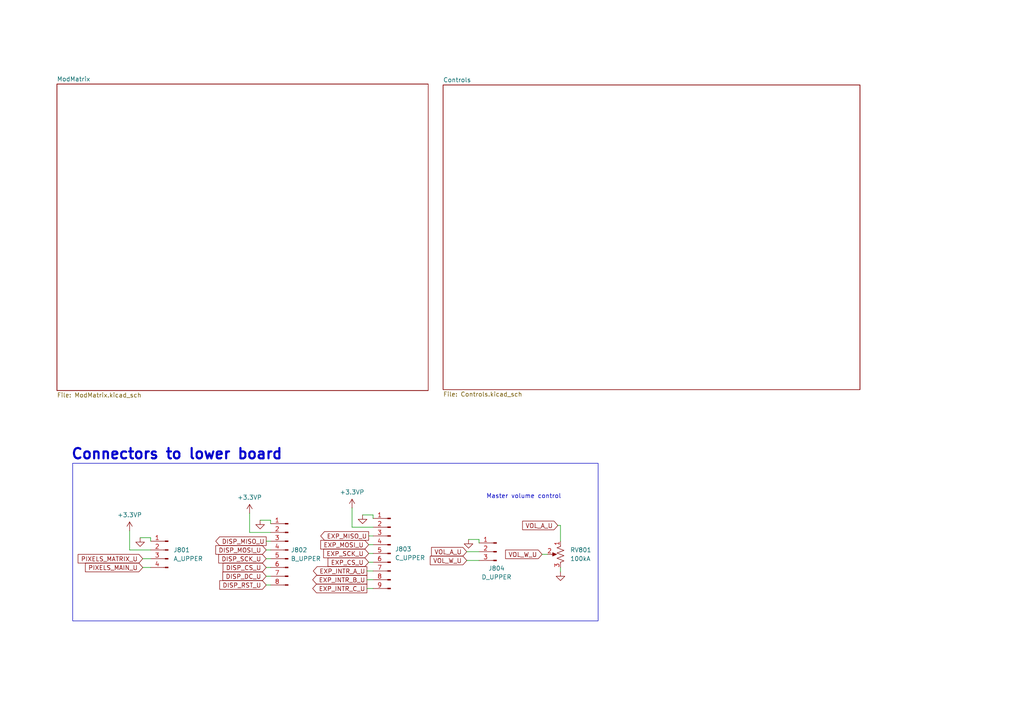
<source format=kicad_sch>
(kicad_sch (version 20231120) (generator "eeschema") (generator_version "8.0")
  (paper "A4")
  (lib_symbols
    (symbol "Connector:Conn_01x03_Pin" (pin_names (offset 1.016) hide)
      (property "Reference" "J" (at 0 5.08 0))
      (property "Value" "Conn_01x03_Pin" (at 0 -5.08 0))
      (symbol "Conn_01x03_Pin_1_1"
        (polyline (pts (xy 1.27 -2.54) (xy 0.8636 -2.54)) (stroke (width 0.1524)))
        (polyline (pts (xy 1.27 0) (xy 0.8636 0)) (stroke (width 0.1524)))
        (polyline (pts (xy 1.27 2.54) (xy 0.8636 2.54)) (stroke (width 0.1524)))
        (rectangle (start 0.8636 -2.413) (end 0 -2.667) (stroke (width 0.1524)) (fill (type outline)))
        (rectangle (start 0.8636 0.127) (end 0 -0.127) (stroke (width 0.1524)) (fill (type outline)))
        (rectangle (start 0.8636 2.667) (end 0 2.413) (stroke (width 0.1524)) (fill (type outline)))
        (pin passive line (at 5.08 2.54 180) (length 3.81) (name "Pin_1") (number "1"))
        (pin passive line (at 5.08 0 180) (length 3.81) (name "Pin_2") (number "2"))
        (pin passive line (at 5.08 -2.54 180) (length 3.81) (name "Pin_3") (number "3"))
      )
    )
    (symbol "Connector:Conn_01x04_Pin" (pin_names (offset 1.016) hide)
      (property "Reference" "J" (at 0 5.08 0))
      (property "Value" "Conn_01x04_Pin" (at 0 -7.62 0))
      (symbol "Conn_01x04_Pin_1_1"
        (polyline (pts (xy 1.27 -5.08) (xy 0.8636 -5.08)) (stroke (width 0.1524)))
        (polyline (pts (xy 1.27 -2.54) (xy 0.8636 -2.54)) (stroke (width 0.1524)))
        (polyline (pts (xy 1.27 0) (xy 0.8636 0)) (stroke (width 0.1524)))
        (polyline (pts (xy 1.27 2.54) (xy 0.8636 2.54)) (stroke (width 0.1524)))
        (rectangle (start 0.8636 -4.953) (end 0 -5.207) (stroke (width 0.1524)) (fill (type outline)))
        (rectangle (start 0.8636 -2.413) (end 0 -2.667) (stroke (width 0.1524)) (fill (type outline)))
        (rectangle (start 0.8636 0.127) (end 0 -0.127) (stroke (width 0.1524)) (fill (type outline)))
        (rectangle (start 0.8636 2.667) (end 0 2.413) (stroke (width 0.1524)) (fill (type outline)))
        (pin passive line (at 5.08 2.54 180) (length 3.81) (name "Pin_1") (number "1"))
        (pin passive line (at 5.08 0 180) (length 3.81) (name "Pin_2") (number "2"))
        (pin passive line (at 5.08 -2.54 180) (length 3.81) (name "Pin_3") (number "3"))
        (pin passive line (at 5.08 -5.08 180) (length 3.81) (name "Pin_4") (number "4"))
      )
    )
    (symbol "Connector:Conn_01x08_Pin" (pin_names (offset 1.016) hide)
      (property "Reference" "J" (at 0 10.16 0))
      (property "Value" "Conn_01x08_Pin" (at 0 -12.7 0))
      (symbol "Conn_01x08_Pin_1_1"
        (polyline (pts (xy 1.27 -10.16) (xy 0.8636 -10.16)) (stroke (width 0.1524)))
        (polyline (pts (xy 1.27 -7.62) (xy 0.8636 -7.62)) (stroke (width 0.1524)))
        (polyline (pts (xy 1.27 -5.08) (xy 0.8636 -5.08)) (stroke (width 0.1524)))
        (polyline (pts (xy 1.27 -2.54) (xy 0.8636 -2.54)) (stroke (width 0.1524)))
        (polyline (pts (xy 1.27 0) (xy 0.8636 0)) (stroke (width 0.1524)))
        (polyline (pts (xy 1.27 2.54) (xy 0.8636 2.54)) (stroke (width 0.1524)))
        (polyline (pts (xy 1.27 5.08) (xy 0.8636 5.08)) (stroke (width 0.1524)))
        (polyline (pts (xy 1.27 7.62) (xy 0.8636 7.62)) (stroke (width 0.1524)))
        (rectangle (start 0.8636 -10.033) (end 0 -10.287) (stroke (width 0.1524)) (fill (type outline)))
        (rectangle (start 0.8636 -7.493) (end 0 -7.747) (stroke (width 0.1524)) (fill (type outline)))
        (rectangle (start 0.8636 -4.953) (end 0 -5.207) (stroke (width 0.1524)) (fill (type outline)))
        (rectangle (start 0.8636 -2.413) (end 0 -2.667) (stroke (width 0.1524)) (fill (type outline)))
        (rectangle (start 0.8636 0.127) (end 0 -0.127) (stroke (width 0.1524)) (fill (type outline)))
        (rectangle (start 0.8636 2.667) (end 0 2.413) (stroke (width 0.1524)) (fill (type outline)))
        (rectangle (start 0.8636 5.207) (end 0 4.953) (stroke (width 0.1524)) (fill (type outline)))
        (rectangle (start 0.8636 7.747) (end 0 7.493) (stroke (width 0.1524)) (fill (type outline)))
        (pin passive line (at 5.08 7.62 180) (length 3.81) (name "Pin_1") (number "1"))
        (pin passive line (at 5.08 5.08 180) (length 3.81) (name "Pin_2") (number "2"))
        (pin passive line (at 5.08 2.54 180) (length 3.81) (name "Pin_3") (number "3"))
        (pin passive line (at 5.08 0 180) (length 3.81) (name "Pin_4") (number "4"))
        (pin passive line (at 5.08 -2.54 180) (length 3.81) (name "Pin_5") (number "5"))
        (pin passive line (at 5.08 -5.08 180) (length 3.81) (name "Pin_6") (number "6"))
        (pin passive line (at 5.08 -7.62 180) (length 3.81) (name "Pin_7") (number "7"))
        (pin passive line (at 5.08 -10.16 180) (length 3.81) (name "Pin_8") (number "8"))
      )
    )
    (symbol "Connector:Conn_01x09_Pin" (pin_names (offset 1.016) hide)
      (property "Reference" "J" (at 0 12.7 0))
      (property "Value" "Conn_01x09_Pin" (at 0 -12.7 0))
      (symbol "Conn_01x09_Pin_1_1"
        (polyline (pts (xy 1.27 -10.16) (xy 0.8636 -10.16)) (stroke (width 0.1524)))
        (polyline (pts (xy 1.27 -7.62) (xy 0.8636 -7.62)) (stroke (width 0.1524)))
        (polyline (pts (xy 1.27 -5.08) (xy 0.8636 -5.08)) (stroke (width 0.1524)))
        (polyline (pts (xy 1.27 -2.54) (xy 0.8636 -2.54)) (stroke (width 0.1524)))
        (polyline (pts (xy 1.27 0) (xy 0.8636 0)) (stroke (width 0.1524)))
        (polyline (pts (xy 1.27 2.54) (xy 0.8636 2.54)) (stroke (width 0.1524)))
        (polyline (pts (xy 1.27 5.08) (xy 0.8636 5.08)) (stroke (width 0.1524)))
        (polyline (pts (xy 1.27 7.62) (xy 0.8636 7.62)) (stroke (width 0.1524)))
        (polyline (pts (xy 1.27 10.16) (xy 0.8636 10.16)) (stroke (width 0.1524)))
        (rectangle (start 0.8636 -10.033) (end 0 -10.287) (stroke (width 0.1524)) (fill (type outline)))
        (rectangle (start 0.8636 -7.493) (end 0 -7.747) (stroke (width 0.1524)) (fill (type outline)))
        (rectangle (start 0.8636 -4.953) (end 0 -5.207) (stroke (width 0.1524)) (fill (type outline)))
        (rectangle (start 0.8636 -2.413) (end 0 -2.667) (stroke (width 0.1524)) (fill (type outline)))
        (rectangle (start 0.8636 0.127) (end 0 -0.127) (stroke (width 0.1524)) (fill (type outline)))
        (rectangle (start 0.8636 2.667) (end 0 2.413) (stroke (width 0.1524)) (fill (type outline)))
        (rectangle (start 0.8636 5.207) (end 0 4.953) (stroke (width 0.1524)) (fill (type outline)))
        (rectangle (start 0.8636 7.747) (end 0 7.493) (stroke (width 0.1524)) (fill (type outline)))
        (rectangle (start 0.8636 10.287) (end 0 10.033) (stroke (width 0.1524)) (fill (type outline)))
        (pin passive line (at 5.08 10.16 180) (length 3.81) (name "Pin_1") (number "1"))
        (pin passive line (at 5.08 7.62 180) (length 3.81) (name "Pin_2") (number "2"))
        (pin passive line (at 5.08 5.08 180) (length 3.81) (name "Pin_3") (number "3"))
        (pin passive line (at 5.08 2.54 180) (length 3.81) (name "Pin_4") (number "4"))
        (pin passive line (at 5.08 0 180) (length 3.81) (name "Pin_5") (number "5"))
        (pin passive line (at 5.08 -2.54 180) (length 3.81) (name "Pin_6") (number "6"))
        (pin passive line (at 5.08 -5.08 180) (length 3.81) (name "Pin_7") (number "7"))
        (pin passive line (at 5.08 -7.62 180) (length 3.81) (name "Pin_8") (number "8"))
        (pin passive line (at 5.08 -10.16 180) (length 3.81) (name "Pin_9") (number "9"))
      )
    )
    (symbol "Device:R_Potentiometer_US" (pin_names (offset 1.016) hide)
      (property "Reference" "RV" (at -4.445 0 90))
      (property "Value" "R_Potentiometer_US" (at -2.54 0 90))
      (symbol "R_Potentiometer_US_0_1"
        (polyline (pts (xy 0 -2.286) (xy 0 -2.54)))
        (polyline (pts (xy 0 2.54) (xy 0 2.286)))
        (polyline (pts (xy 2.54 0) (xy 1.524 0)))
        (polyline (pts (xy 1.143 0) (xy 2.286 0.508) (xy 2.286 -0.508) (xy 1.143 0)) (fill (type outline)))
        (polyline (pts (xy 0 -0.762) (xy 1.016 -1.143) (xy 0 -1.524) (xy -1.016 -1.905) (xy 0 -2.286)))
        (polyline (pts (xy 0 0.762) (xy 1.016 0.381) (xy 0 0) (xy -1.016 -0.381) (xy 0 -0.762)))
        (polyline (pts (xy 0 2.286) (xy 1.016 1.905) (xy 0 1.524) (xy -1.016 1.143) (xy 0 0.762)))
      )
      (symbol "R_Potentiometer_US_1_1"
        (pin passive line (at 0 3.81 270) (length 1.27) (name "1") (number "1"))
        (pin passive line (at 3.81 0 180) (length 1.27) (name "2") (number "2"))
        (pin passive line (at 0 -3.81 90) (length 1.27) (name "3") (number "3"))
      )
    )
    (symbol "power:+3.3VP" (power) (pin_numbers hide) (pin_names (offset 0) hide)
      (property "Value" "+3.3VP" (at 0 3.556 0))
      (symbol "+3.3VP_0_0"
        (pin power_in line (at 0 0 90) (length 0) (name "~") (number "1"))
      )
      (symbol "+3.3VP_0_1"
        (polyline (pts (xy -0.762 1.27) (xy 0 2.54)))
        (polyline (pts (xy 0 0) (xy 0 2.54)))
        (polyline (pts (xy 0 2.54) (xy 0.762 1.27)))
      )
    )
    (symbol "power:GND" (power) (pin_names (offset 0))
      (symbol "GND_0_1"
        (polyline (pts (xy 0 0) (xy 0 -1.27) (xy 1.27 -1.27) (xy 0 -2.54) (xy -1.27 -1.27) (xy 0 -1.27)))
      )
      (symbol "GND_1_1"
        (pin power_in line (at 0 0 270) (length 0) hide (name "GND") (number "1"))
      )
    )
  )
  (wire (pts (xy 106.934 160.528) (xy 108.204 160.528)))
  (wire (pts (xy 102.108 152.908) (xy 108.204 152.908)))
  (wire (pts (xy 77.216 164.592) (xy 78.486 164.592)))
  (wire (pts (xy 72.39 154.432) (xy 78.486 154.432)))
  (wire (pts (xy 78.486 150.876) (xy 75.438 150.876)))
  (wire (pts (xy 138.938 157.48) (xy 138.938 156.464)))
  (wire (pts (xy 77.216 162.052) (xy 78.486 162.052)))
  (wire (pts (xy 106.934 155.448) (xy 108.204 155.448)))
  (wire (pts (xy 162.56 164.592) (xy 162.56 165.862)))
  (wire (pts (xy 77.216 169.672) (xy 78.486 169.672)))
  (wire (pts (xy 106.934 163.068) (xy 108.204 163.068)))
  (wire (pts (xy 77.216 156.972) (xy 78.486 156.972)))
  (wire (pts (xy 72.39 148.844) (xy 72.39 154.432)))
  (wire (pts (xy 135.382 160.02) (xy 138.938 160.02)))
  (wire (pts (xy 77.216 167.132) (xy 78.486 167.132)))
  (wire (pts (xy 106.426 165.608) (xy 108.204 165.608)))
  (wire (pts (xy 157.226 160.782) (xy 158.75 160.782)))
  (wire (pts (xy 106.426 170.688) (xy 108.204 170.688)))
  (wire (pts (xy 108.204 150.368) (xy 108.204 149.352)))
  (wire (pts (xy 43.688 155.956) (xy 40.64 155.956)))
  (wire (pts (xy 37.592 159.512) (xy 43.688 159.512)))
  (wire (pts (xy 37.592 153.924) (xy 37.592 159.512)))
  (wire (pts (xy 77.216 159.512) (xy 78.486 159.512)))
  (wire (pts (xy 161.798 152.4) (xy 162.56 152.4)))
  (wire (pts (xy 43.688 156.972) (xy 43.688 155.956)))
  (wire (pts (xy 135.382 162.56) (xy 138.938 162.56)))
  (wire (pts (xy 78.486 151.892) (xy 78.486 150.876)))
  (wire (pts (xy 106.426 168.148) (xy 108.204 168.148)))
  (wire (pts (xy 108.204 149.352) (xy 105.156 149.352)))
  (wire (pts (xy 102.108 147.32) (xy 102.108 152.908)))
  (wire (pts (xy 162.56 152.4) (xy 162.56 156.972)))
  (wire (pts (xy 41.402 164.592) (xy 43.688 164.592)))
  (wire (pts (xy 138.938 156.464) (xy 135.89 156.464)))
  (wire (pts (xy 106.934 157.988) (xy 108.204 157.988)))
  (wire (pts (xy 41.402 162.052) (xy 43.688 162.052)))
  (rectangle (start 21.082 134.366) (end 173.482 180.086))
  (text "Master volume control" (at 162.814 144.78 0) (effects (font (size 1.27 1.27)) (justify right bottom)))
  (text "Connectors to lower board" (at 51.308 131.826 0) (effects (font (size 3 3) (thickness 0.6) (bold yes))))
  (global_label "VOL_W_U" (shape input) (at 135.382 162.56 180) (property "Intersheetrefs" "${INTERSHEET_REFS}" (effects (hide yes))))
  (global_label "EXP_MOSI_U" (shape input) (at 106.934 157.988 180) (property "Intersheetrefs" "${INTERSHEET_REFS}" (effects (hide yes))))
  (global_label "PIXELS_MATRIX_U" (shape input) (at 41.402 162.052 180) (property "Intersheetrefs" "${INTERSHEET_REFS}" (effects (hide yes))))
  (global_label "EXP_INTR_C_U" (shape output) (at 106.426 170.688 180) (property "Intersheetrefs" "${INTERSHEET_REFS}" (effects (hide yes))))
  (global_label "DISP_DC_U" (shape input) (at 77.216 167.132 180) (property "Intersheetrefs" "${INTERSHEET_REFS}" (effects (hide yes))))
  (global_label "EXP_INTR_A_U" (shape output) (at 106.426 165.608 180) (property "Intersheetrefs" "${INTERSHEET_REFS}" (effects (hide yes))))
  (global_label "DISP_MOSI_U" (shape input) (at 77.216 159.512 180) (property "Intersheetrefs" "${INTERSHEET_REFS}" (effects (hide yes))))
  (global_label "VOL_W_U" (shape input) (at 157.226 160.782 180) (property "Intersheetrefs" "${INTERSHEET_REFS}" (effects (hide yes))))
  (global_label "DISP_MISO_U" (shape output) (at 77.216 156.972 180) (property "Intersheetrefs" "${INTERSHEET_REFS}" (effects (hide yes))))
  (global_label "EXP_MISO_U" (shape output) (at 106.934 155.448 180) (property "Intersheetrefs" "${INTERSHEET_REFS}" (effects (hide yes))))
  (global_label "EXP_CS_U" (shape input) (at 106.934 163.068 180) (property "Intersheetrefs" "${INTERSHEET_REFS}" (effects (hide yes))))
  (global_label "EXP_SCK_U" (shape input) (at 106.934 160.528 180) (property "Intersheetrefs" "${INTERSHEET_REFS}" (effects (hide yes))))
  (global_label "DISP_CS_U" (shape input) (at 77.216 164.592 180) (property "Intersheetrefs" "${INTERSHEET_REFS}" (effects (hide yes))))
  (global_label "VOL_A_U" (shape input) (at 161.798 152.4 180) (property "Intersheetrefs" "${INTERSHEET_REFS}" (effects (hide yes))))
  (global_label "DISP_RST_U" (shape input) (at 77.216 169.672 180) (property "Intersheetrefs" "${INTERSHEET_REFS}" (effects (hide yes))))
  (global_label "EXP_INTR_B_U" (shape output) (at 106.426 168.148 180) (property "Intersheetrefs" "${INTERSHEET_REFS}" (effects (hide yes))))
  (global_label "DISP_SCK_U" (shape input) (at 77.216 162.052 180) (property "Intersheetrefs" "${INTERSHEET_REFS}" (effects (hide yes))))
  (global_label "VOL_A_U" (shape input) (at 135.382 160.02 180) (property "Intersheetrefs" "${INTERSHEET_REFS}" (effects (hide yes))))
  (global_label "PIXELS_MAIN_U" (shape input) (at 41.402 164.592 180) (property "Intersheetrefs" "${INTERSHEET_REFS}" (effects (hide yes))))
  (symbol (lib_id "power:+3.3VP") (at 102.108 147.32 0) (unit 1)
    (property "Reference" "#PWR0818" (effects (hide yes)))
    (property "Value" "+3.3VP" (at 102.108 142.748 0))
    (property "Description" "Power symbol creates a global label with name \"+3.3VP\"" (effects (hide yes)))
  )
  (symbol (lib_id "Connector:Conn_01x09_Pin") (at 113.284 160.528 0) (mirror y) (unit 1)
    (property "Reference" "J803" (at 114.554 159.2579 0) (effects (justify right)))
    (property "Value" "C_UPPER" (at 114.554 161.7979 0) (effects (justify right)))
    (property "Footprint" "Connector_PinSocket_2.54mm:PinSocket_1x09_P2.54mm_Vertical" (effects (hide yes)))
    (property "Description" "Generic connector, single row, 01x09, script generated" (effects (hide yes)))
  )
  (symbol (lib_id "power:GND") (at 75.438 150.876 0) (unit 1)
    (property "Reference" "#PWR0817" (effects (hide yes)))
    (property "Value" "GNDA" (effects (hide yes)))
  )
  (symbol (lib_id "Connector:Conn_01x03_Pin") (at 144.018 160.02 0) (mirror y) (unit 1)
    (property "Reference" "J804" (at 144.018 164.846 0))
    (property "Value" "D_UPPER" (at 144.018 167.386 0))
    (property "Footprint" "Connector_PinSocket_2.54mm:PinSocket_1x03_P2.54mm_Vertical" (effects (hide yes)))
    (property "Description" "Generic connector, single row, 01x03, script generated" (effects (hide yes)))
  )
  (symbol (lib_id "power:GND") (at 40.64 155.956 0) (unit 1)
    (property "Reference" "#PWR0815" (effects (hide yes)))
    (property "Value" "GNDA" (effects (hide yes)))
  )
  (symbol (lib_id "power:GND") (at 105.156 149.352 0) (unit 1)
    (property "Reference" "#PWR0819" (effects (hide yes)))
    (property "Value" "GNDA" (effects (hide yes)))
  )
  (symbol (lib_id "power:+3.3VP") (at 72.39 148.844 0) (unit 1)
    (property "Reference" "#PWR0816" (effects (hide yes)))
    (property "Value" "+3.3VP" (at 72.39 144.272 0))
    (property "Description" "Power symbol creates a global label with name \"+3.3VP\"" (effects (hide yes)))
  )
  (symbol (lib_id "Connector:Conn_01x08_Pin") (at 83.566 159.512 0) (mirror y) (unit 1)
    (property "Reference" "J802" (at 84.328 159.5119 0) (effects (justify right)))
    (property "Value" "B_UPPER" (at 84.328 162.0519 0) (effects (justify right)))
    (property "Footprint" "Connector_PinHeader_2.54mm:PinHeader_1x08_P2.54mm_Vertical" (effects (hide yes)))
    (property "Description" "Generic connector, single row, 01x08, script generated" (effects (hide yes)))
  )
  (symbol (lib_id "power:+3.3VP") (at 37.592 153.924 0) (unit 1)
    (property "Reference" "#PWR0814" (effects (hide yes)))
    (property "Value" "+3.3VP" (at 37.592 149.352 0))
    (property "Description" "Power symbol creates a global label with name \"+3.3VP\"" (effects (hide yes)))
  )
  (symbol (lib_id "Device:R_Potentiometer_US") (at 162.56 160.782 0) (mirror y) (unit 1)
    (property "Reference" "RV801" (at 165.354 159.512 0) (effects (justify right)))
    (property "Value" "100kA" (at 165.354 162.052 0) (effects (justify right)))
    (property "Footprint" "Potentiometer_THT:Potentiometer_Bourns_PTV09A-1_Single_Vertical" (effects (hide yes)))
  )
  (symbol (lib_id "power:GND") (at 135.89 156.464 0) (unit 1)
    (property "Reference" "#PWR0821" (effects (hide yes)))
    (property "Value" "GNDA" (effects (hide yes)))
  )
  (symbol (lib_id "Connector:Conn_01x04_Pin") (at 48.768 159.512 0) (mirror y) (unit 1)
    (property "Reference" "J801" (at 50.292 159.5119 0) (effects (justify right)))
    (property "Value" "A_UPPER" (at 50.292 162.0519 0) (effects (justify right)))
    (property "Footprint" "Connector_PinSocket_2.54mm:PinSocket_1x04_P2.54mm_Vertical" (effects (hide yes)))
    (property "Description" "Generic connector, single row, 01x04, script generated" (effects (hide yes)))
  )
  (symbol (lib_id "power:GND") (at 162.56 165.862 0) (unit 1)
    (property "Reference" "#PWR0820" (effects (hide yes)))
    (property "Value" "GNDA" (effects (hide yes)))
  )
  (sheet (at 16.51 24.384) (size 107.696 88.9) (stroke (width 0.1524))
    (property "Sheetname" "ModMatrix" (at 16.51 23.6724 0) (effects (justify left bottom)))
    (property "Sheetfile" "ModMatrix.kicad_sch" (at 16.51 113.8686 0) (effects (justify left top)))
  )
  (sheet (at 128.524 24.638) (size 120.904 88.392) (stroke (width 0.1524))
    (property "Sheetname" "Controls" (at 128.524 23.9264 0) (effects (justify left bottom)))
    (property "Sheetfile" "Controls.kicad_sch" (at 128.524 113.6146 0) (effects (justify left top)))
  )
)
</source>
